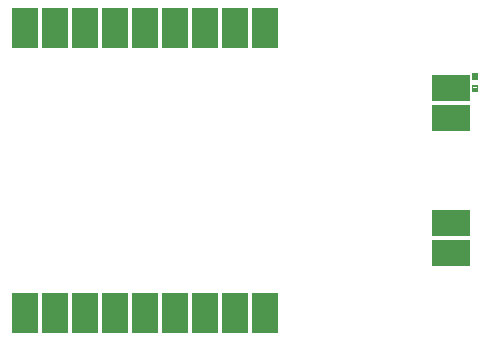
<source format=gbp>
G04 EAGLE Gerber RS-274X export*
G75*
%MOMM*%
%FSLAX34Y34*%
%LPD*%
%INSolderpaste Bottom*%
%IPPOS*%
%AMOC8*
5,1,8,0,0,1.08239X$1,22.5*%
G01*
%ADD10R,2.200000X3.400000*%
%ADD11R,3.254000X2.254000*%
%ADD12C,0.102000*%


D10*
X63600Y260700D03*
D11*
X424600Y209700D03*
X424600Y184300D03*
X424600Y95100D03*
X424600Y69700D03*
D10*
X89000Y260700D03*
X114400Y260700D03*
X139800Y260700D03*
X165200Y260700D03*
X190600Y260700D03*
X216000Y260700D03*
X241400Y260700D03*
X266800Y260700D03*
X63600Y19400D03*
X89000Y19400D03*
X114400Y19400D03*
X139800Y19400D03*
X165200Y19400D03*
X190600Y19400D03*
X216000Y19400D03*
X241400Y19400D03*
X266800Y19400D03*
D12*
X442010Y217140D02*
X442010Y222120D01*
X446990Y222120D01*
X446990Y217140D01*
X442010Y217140D01*
X442010Y218109D02*
X446990Y218109D01*
X446990Y219078D02*
X442010Y219078D01*
X442010Y220047D02*
X446990Y220047D01*
X446990Y221016D02*
X442010Y221016D01*
X442010Y221985D02*
X446990Y221985D01*
X442010Y212120D02*
X442010Y207140D01*
X442010Y212120D02*
X446990Y212120D01*
X446990Y207140D01*
X442010Y207140D01*
X442010Y208109D02*
X446990Y208109D01*
X446990Y209078D02*
X442010Y209078D01*
X442010Y210047D02*
X446990Y210047D01*
X446990Y211016D02*
X442010Y211016D01*
X442010Y211985D02*
X446990Y211985D01*
M02*

</source>
